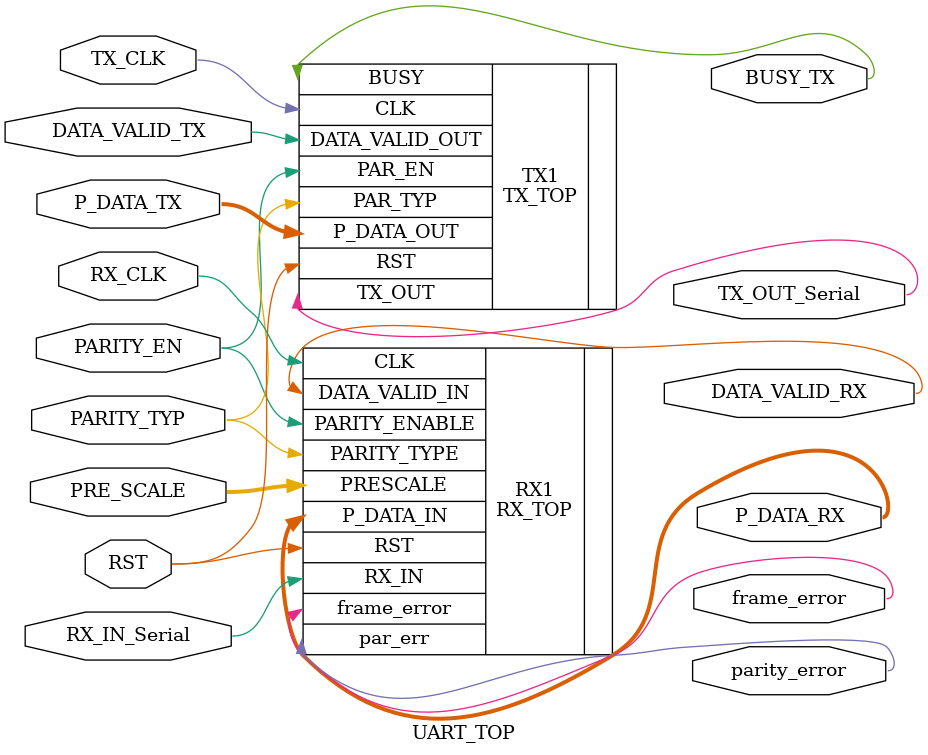
<source format=v>
module UART_TOP#(parameter data_width=8)(
  
input wire RX_IN_Serial, PARITY_TYP, PARITY_EN, 
input wire [5:0] PRE_SCALE,
input wire RX_CLK,RST,
output DATA_VALID_RX, parity_error, frame_error,
output [data_width-1:0] P_DATA_RX,

input wire [data_width-1:0] P_DATA_TX,
input wire DATA_VALID_TX,
input wire TX_CLK,
output TX_OUT_Serial,BUSY_TX
  
  );
  
TX_TOP TX1(
.P_DATA_OUT(P_DATA_TX),
.DATA_VALID_OUT(DATA_VALID_TX),
.PAR_EN(PARITY_EN),
.PAR_TYP(PARITY_TYP),
.CLK(TX_CLK),
.RST(RST),
.TX_OUT(TX_OUT_Serial),
.BUSY(BUSY_TX)
);

RX_TOP RX1(
.RX_IN(RX_IN_Serial),
.PARITY_TYPE(PARITY_TYP),
.PARITY_ENABLE(PARITY_EN),
.PRESCALE(PRE_SCALE),
.CLK(RX_CLK),
.RST(RST),
.DATA_VALID_IN(DATA_VALID_RX),
.par_err(parity_error),
.frame_error(frame_error),
.P_DATA_IN(P_DATA_RX)
);

endmodule

</source>
